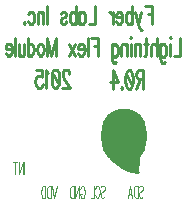
<source format=gbo>
G04 DipTrace 2.4.0.2*
%INlightning.gbo*%
%MOMM*%
%ADD10C,0.25*%
%ADD41O,3.825X4.663*%
%ADD64C,0.111*%
%ADD65C,0.235*%
%FSLAX53Y53*%
G04*
G71*
G90*
G75*
G01*
%LNBotSilk*%
%LPD*%
X21448Y15121D2*
D10*
G02X18424Y18471I218J3237D01*
G01*
D41*
X20211Y18177D3*
G36*
X21498Y15196D2*
X21649Y17246D1*
X18699Y17821D1*
X19598Y15896D1*
X20548Y15371D1*
D1*
X21498Y15196D1*
G37*
X18291Y13855D2*
D64*
X18339Y13953D1*
X18412Y14001D1*
X18509D1*
X18582Y13953D1*
X18631Y13855D1*
Y13758D1*
X18606Y13661D1*
X18582Y13612D1*
X18534Y13564D1*
X18388Y13466D1*
X18339Y13418D1*
X18315Y13369D1*
X18291Y13272D1*
Y13126D1*
X18339Y13029D1*
X18412Y12980D1*
X18509D1*
X18582Y13029D1*
X18631Y13126D1*
X17815Y13758D2*
X17839Y13855D1*
X17888Y13953D1*
X17936Y14001D1*
X18033D1*
X18082Y13953D1*
X18131Y13855D1*
X18155Y13758D1*
X18179Y13612D1*
Y13369D1*
X18155Y13224D1*
X18131Y13126D1*
X18082Y13029D1*
X18033Y12980D1*
X17936D1*
X17888Y13029D1*
X17839Y13126D1*
X17815Y13224D1*
X17704Y14001D2*
Y12980D1*
X17412D1*
X16556Y13722D2*
X16580Y13818D1*
X16629Y13916D1*
X16677Y13964D1*
X16775D1*
X16823Y13916D1*
X16872Y13818D1*
X16896Y13722D1*
X16921Y13576D1*
Y13332D1*
X16896Y13187D1*
X16872Y13089D1*
X16823Y12993D1*
X16775Y12943D1*
X16677D1*
X16629Y12993D1*
X16580Y13089D1*
X16556Y13187D1*
Y13332D1*
X16677D1*
X16105Y13964D2*
Y12943D1*
X16445Y13964D1*
Y12943D1*
X15994Y13964D2*
Y12943D1*
X15823D1*
X15750Y12993D1*
X15702Y13089D1*
X15677Y13187D1*
X15653Y13332D1*
Y13576D1*
X15677Y13722D1*
X15702Y13818D1*
X15750Y13916D1*
X15823Y13964D1*
X15994D1*
X22047Y29242D2*
D65*
X22616D1*
Y27710D1*
Y28512D2*
X22266D1*
X21720Y28731D2*
X21458Y27710D1*
X21545Y27419D1*
X21633Y27272D1*
X21720Y27200D1*
X21764D1*
X21195Y28731D2*
X21458Y27710D1*
X20913Y29242D2*
Y27710D1*
Y28512D2*
X20825Y28659D1*
X20738Y28731D1*
X20607D1*
X20520Y28659D1*
X20432Y28512D1*
X20388Y28293D1*
Y28148D1*
X20432Y27929D1*
X20520Y27785D1*
X20607Y27710D1*
X20738D1*
X20825Y27785D1*
X20913Y27929D1*
X20106Y28293D2*
X19581D1*
Y28440D1*
X19625Y28586D1*
X19668Y28659D1*
X19756Y28731D1*
X19888D1*
X19975Y28659D1*
X20063Y28512D1*
X20106Y28293D1*
Y28148D1*
X20063Y27929D1*
X19975Y27785D1*
X19888Y27710D1*
X19756D1*
X19668Y27785D1*
X19581Y27929D1*
X19299Y28731D2*
Y27710D1*
Y28293D2*
X19255Y28512D1*
X19168Y28659D1*
X19080Y28731D1*
X18948D1*
X17777Y29242D2*
Y27710D1*
X17253D1*
X16446Y28731D2*
Y27710D1*
Y28512D2*
X16533Y28659D1*
X16620Y28731D1*
X16751D1*
X16839Y28659D1*
X16926Y28512D1*
X16970Y28293D1*
Y28148D1*
X16926Y27929D1*
X16839Y27785D1*
X16751Y27710D1*
X16620D1*
X16533Y27785D1*
X16446Y27929D1*
X16163Y29242D2*
Y27710D1*
Y28512D2*
X16075Y28659D1*
X15988Y28731D1*
X15857D1*
X15770Y28659D1*
X15682Y28512D1*
X15639Y28293D1*
Y28148D1*
X15682Y27929D1*
X15770Y27785D1*
X15857Y27710D1*
X15988D1*
X16075Y27785D1*
X16163Y27929D1*
X14875Y28512D2*
X14919Y28659D1*
X15050Y28731D1*
X15181D1*
X15313Y28659D1*
X15356Y28512D1*
X15313Y28367D1*
X15225Y28293D1*
X15007Y28221D1*
X14919Y28148D1*
X14875Y28002D1*
Y27929D1*
X14919Y27785D1*
X15050Y27710D1*
X15181D1*
X15313Y27785D1*
X15356Y27929D1*
X13704Y29242D2*
Y27710D1*
X13422Y28731D2*
Y27710D1*
Y28440D2*
X13290Y28659D1*
X13202Y28731D1*
X13072D1*
X12984Y28659D1*
X12941Y28440D1*
Y27710D1*
X12133Y28512D2*
X12221Y28659D1*
X12308Y28731D1*
X12439D1*
X12527Y28659D1*
X12614Y28512D1*
X12658Y28293D1*
Y28148D1*
X12614Y27929D1*
X12527Y27785D1*
X12439Y27710D1*
X12308D1*
X12221Y27785D1*
X12133Y27929D1*
X11807Y27857D2*
X11850Y27783D1*
X11807Y27710D1*
X11762Y27783D1*
X11807Y27857D1*
X15598Y23468D2*
Y23541D1*
X15554Y23687D1*
X15511Y23760D1*
X15423Y23832D1*
X15248D1*
X15161Y23760D1*
X15118Y23687D1*
X15073Y23541D1*
Y23396D1*
X15118Y23249D1*
X15205Y23032D1*
X15642Y22302D1*
X15030D1*
X14485Y23832D2*
X14616Y23760D1*
X14704Y23541D1*
X14747Y23177D1*
Y22958D1*
X14704Y22594D1*
X14616Y22375D1*
X14485Y22302D1*
X14398D1*
X14266Y22375D1*
X14179Y22594D1*
X14135Y22958D1*
Y23177D1*
X14179Y23541D1*
X14266Y23760D1*
X14398Y23832D1*
X14485D1*
X14179Y23541D2*
X14704Y22594D1*
X13853Y23541D2*
X13765Y23615D1*
X13633Y23832D1*
Y22302D1*
X12826Y23832D2*
X13263D1*
X13306Y23177D1*
X13263Y23249D1*
X13131Y23323D1*
X13001D1*
X12870Y23249D1*
X12782Y23104D1*
X12738Y22885D1*
Y22740D1*
X12782Y22521D1*
X12870Y22375D1*
X13001Y22302D1*
X13131D1*
X13263Y22375D1*
X13306Y22449D1*
X13351Y22594D1*
X14536Y13962D2*
D64*
X14342Y12941D1*
X14148Y13962D1*
X14036D2*
Y12941D1*
X13866D1*
X13793Y12990D1*
X13744Y13087D1*
X13720Y13185D1*
X13696Y13330D1*
Y13573D1*
X13720Y13719D1*
X13744Y13816D1*
X13793Y13914D1*
X13866Y13962D1*
X14036D1*
X13585D2*
Y12941D1*
X13415D1*
X13342Y12990D1*
X13293Y13087D1*
X13269Y13185D1*
X13245Y13330D1*
Y13573D1*
X13269Y13719D1*
X13293Y13816D1*
X13342Y13914D1*
X13415Y13962D1*
X13585D1*
X21875Y23031D2*
D65*
X21482D1*
X21350Y23105D1*
X21306Y23177D1*
X21262Y23322D1*
Y23469D1*
X21306Y23613D1*
X21350Y23688D1*
X21482Y23760D1*
X21875D1*
Y22229D1*
X21569Y23031D2*
X21262Y22229D1*
X20717Y23758D2*
X20849Y23686D1*
X20937Y23467D1*
X20980Y23103D1*
Y22884D1*
X20937Y22520D1*
X20849Y22301D1*
X20717Y22229D1*
X20630D1*
X20499Y22301D1*
X20412Y22520D1*
X20367Y22884D1*
Y23103D1*
X20412Y23467D1*
X20499Y23686D1*
X20630Y23758D1*
X20717D1*
X20412Y23467D2*
X20937Y22520D1*
X20042Y22375D2*
X20085Y22301D1*
X20042Y22229D1*
X19997Y22301D1*
X20042Y22375D1*
X19277Y22229D2*
Y23758D1*
X19715Y22739D1*
X19059D1*
X25019Y26541D2*
Y25010D1*
X24494D1*
X24212Y26541D2*
X24168Y26469D1*
X24124Y26541D1*
X24168Y26615D1*
X24212Y26541D1*
X24168Y26031D2*
Y25010D1*
X23317Y25958D2*
Y24791D1*
X23360Y24574D1*
X23404Y24500D1*
X23492Y24427D1*
X23623D1*
X23710Y24500D1*
X23317Y25739D2*
X23404Y25884D1*
X23492Y25958D1*
X23623D1*
X23710Y25884D1*
X23798Y25739D1*
X23841Y25520D1*
Y25374D1*
X23798Y25157D1*
X23710Y25010D1*
X23623Y24938D1*
X23492D1*
X23404Y25010D1*
X23317Y25157D1*
X23035Y26541D2*
Y25010D1*
Y25739D2*
X22903Y25958D1*
X22815Y26031D1*
X22684D1*
X22597Y25958D1*
X22553Y25739D1*
Y25010D1*
X22140Y26541D2*
Y25301D1*
X22096Y25084D1*
X22008Y25010D1*
X21921D1*
X22271Y26031D2*
X21965D1*
X21639D2*
Y25010D1*
Y25739D2*
X21508Y25958D1*
X21420Y26031D1*
X21289D1*
X21201Y25958D1*
X21158Y25739D1*
Y25010D1*
X20875Y26541D2*
X20832Y26469D1*
X20788Y26541D1*
X20832Y26615D1*
X20875Y26541D1*
X20832Y26031D2*
Y25010D1*
X20505Y26031D2*
Y25010D1*
Y25739D2*
X20374Y25958D1*
X20286Y26031D1*
X20155D1*
X20068Y25958D1*
X20024Y25739D1*
Y25010D1*
X19217Y25958D2*
Y24791D1*
X19261Y24574D1*
X19304Y24500D1*
X19392Y24427D1*
X19523D1*
X19610Y24500D1*
X19217Y25739D2*
X19304Y25884D1*
X19392Y25958D1*
X19523D1*
X19610Y25884D1*
X19698Y25739D1*
X19742Y25520D1*
Y25374D1*
X19698Y25157D1*
X19610Y25010D1*
X19523Y24938D1*
X19392D1*
X19304Y25010D1*
X19217Y25157D1*
X17477Y26541D2*
X18046D1*
Y25010D1*
Y25812D2*
X17696D1*
X17195Y26541D2*
Y25010D1*
X16912Y25593D2*
X16388D1*
Y25739D1*
X16431Y25886D1*
X16475Y25958D1*
X16562Y26031D1*
X16694D1*
X16781Y25958D1*
X16869Y25812D1*
X16912Y25593D1*
Y25448D1*
X16869Y25229D1*
X16781Y25084D1*
X16694Y25010D1*
X16562D1*
X16475Y25084D1*
X16388Y25229D1*
X16105Y26031D2*
X15624Y25010D1*
Y26031D2*
X16105Y25010D1*
X13753D2*
Y26541D1*
X14103Y25010D1*
X14453Y26541D1*
Y25010D1*
X13253Y26031D2*
X13340Y25958D1*
X13428Y25812D1*
X13471Y25593D1*
Y25448D1*
X13428Y25229D1*
X13340Y25084D1*
X13253Y25010D1*
X13121D1*
X13033Y25084D1*
X12947Y25229D1*
X12902Y25448D1*
Y25593D1*
X12947Y25812D1*
X13033Y25958D1*
X13121Y26031D1*
X13253D1*
X12095Y26541D2*
Y25010D1*
Y25812D2*
X12182Y25958D1*
X12270Y26031D1*
X12401D1*
X12488Y25958D1*
X12576Y25812D1*
X12620Y25593D1*
Y25448D1*
X12576Y25229D1*
X12488Y25084D1*
X12401Y25010D1*
X12270D1*
X12182Y25084D1*
X12095Y25229D1*
X11813Y26031D2*
Y25301D1*
X11769Y25084D1*
X11681Y25010D1*
X11550D1*
X11463Y25084D1*
X11332Y25301D1*
Y26031D2*
Y25010D1*
X11049Y26541D2*
Y25010D1*
X10767Y25593D2*
X10242D1*
Y25739D1*
X10286Y25886D1*
X10329Y25958D1*
X10417Y26031D1*
X10549D1*
X10636Y25958D1*
X10723Y25812D1*
X10767Y25593D1*
Y25448D1*
X10723Y25229D1*
X10636Y25084D1*
X10549Y25010D1*
X10417D1*
X10329Y25084D1*
X10242Y25229D1*
X21517Y13866D2*
D64*
X21565Y13963D1*
X21638Y14012D1*
X21735D1*
X21808Y13963D1*
X21857Y13866D1*
Y13769D1*
X21833Y13671D1*
X21808Y13623D1*
X21760Y13575D1*
X21614Y13477D1*
X21565Y13429D1*
X21541Y13379D1*
X21517Y13283D1*
Y13137D1*
X21565Y13040D1*
X21638Y12991D1*
X21735D1*
X21808Y13040D1*
X21857Y13137D1*
X21406Y14012D2*
Y12991D1*
X21236D1*
X21163Y13040D1*
X21114Y13137D1*
X21090Y13235D1*
X21066Y13379D1*
Y13623D1*
X21090Y13769D1*
X21114Y13866D1*
X21163Y13963D1*
X21236Y14012D1*
X21406D1*
X20565Y12991D2*
X20760Y14012D1*
X20954Y12991D1*
X20881Y13331D2*
X20638D1*
X11787Y16032D2*
Y15011D1*
X11336Y16032D2*
Y15011D1*
X11676Y16032D1*
Y15011D1*
X11055Y16032D2*
Y15011D1*
X11225Y16032D2*
X10885D1*
M02*

</source>
